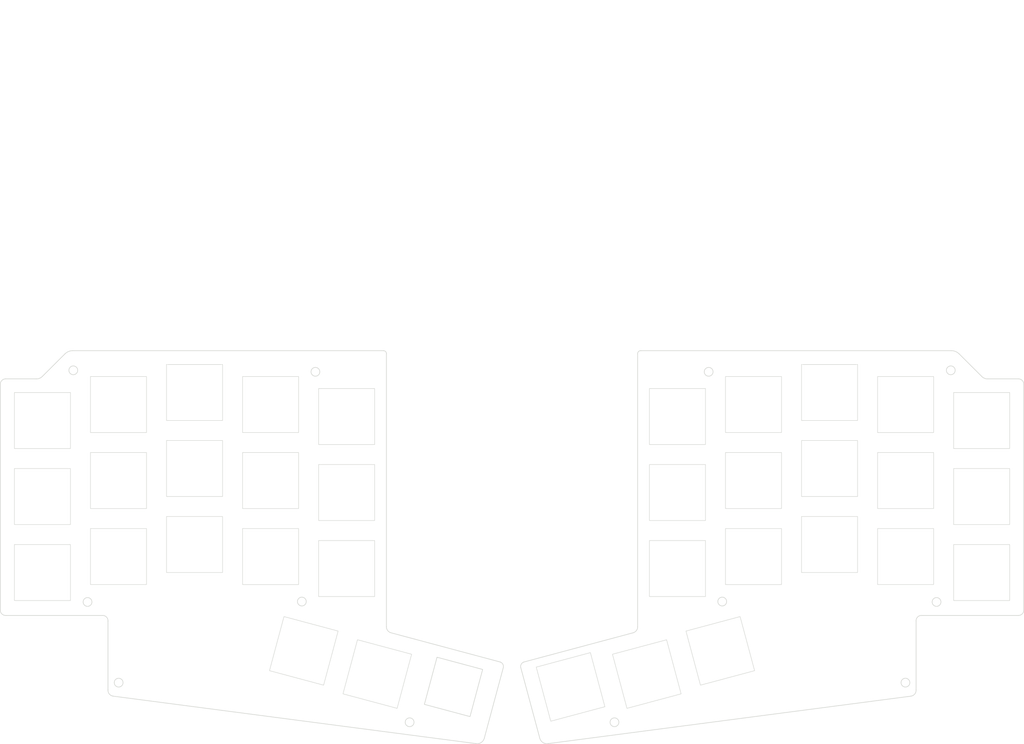
<source format=kicad_pcb>
(kicad_pcb (version 20221018) (generator pcbnew)
  (layers (0 "F.Cu" signal) (31 "B.Cu" signal) (34 "B.Paste" user) (35 "F.Paste" user) (36 "B.SilkS" user "B.Silkscreen") (37 "F.SilkS" user "F.Silkscreen") (38 "B.Mask" user) (39 "F.Mask" user) (44 "Edge.Cuts" user))
  (net 0 "")
  (footprint "jw_custom_footprint:CherryMX_Hotswap_cutout_switch_plate" (layer "F.Cu") (at 50.63948 99.035588)
    (fp_text reference "SW12" hide)
    (fp_text value "SW12")
    (fp_rect (start -7 -7) (end 7 7) (stroke (width 0.12)) (fill none) (layer "Edge.Cuts"))
  )
  (footprint "jw_custom_footprint:CherryMX_Hotswap_cutout_switch_plate" (layer "F.Cu") (at 50.63948 80.035988)
    (fp_text reference "SW7" hide)
    (fp_text value "SW7" hide)
    (fp_rect (start -7 -7) (end 7 7) (stroke (width 0.12)) (fill none) (layer "Edge.Cuts"))
  )
  (footprint "jw_custom_footprint:RotaryEncoder_Alps_EC11E-Switch_Vertical_H20mm_cutout_switch_plate" (layer "F.Cu") (at 134.340366 131.6271 165)
    (fp_text reference "EC1" hide)
    (fp_text value "Rotary_Encoder_Switch")
    (fp_rect (start -5.9 -6.1) (end 5.9 6.1) (stroke (width 0.15)) (fill none) (layer "Edge.Cuts"))
  )
  (footprint "jw_custom_footprint:MountingHole_2.2mm_M2_cutout" (layer "F.Cu") (at 99.840307 52.847744)
    (fp_text reference "TH1" hide)
    (fp_text value "HOLE")
    (fp_circle (center 0 0) (end 1.1 0) (stroke (width 0.15)) (fill none) (layer "Edge.Cuts"))
  )
  (footprint "jw_custom_footprint:CherryMX_Hotswap_cutout_switch_plate" (layer "F.Cu") (at 96.937515 122.616333 -15)
    (fp_text reference "SW16" hide)
    (fp_text value "SW16")
    (fp_rect (start -7 -7) (end 7 7) (stroke (width 0.12)) (fill none) (layer "Edge.Cuts"))
  )
  (footprint "jw_custom_footprint:CherryMX_Hotswap_cutout_switch_plate" (layer "F.Cu") (at 31.63928 65.034988)
    (fp_text reference "SW1" hide)
    (fp_text value "SW1")
    (fp_rect (start -7 -7) (end 7 7) (stroke (width 0.12)) (fill none) (layer "Edge.Cuts"))
  )
  (footprint "jw_custom_footprint:CherryMX_Hotswap_cutout_switch_plate" (layer "F.Cu") (at 31.63928 84.035388)
    (fp_text reference "SW6" hide)
    (fp_text value "SW6")
    (fp_rect (start -7 -7) (end 7 7) (stroke (width 0.12)) (fill none) (layer "Edge.Cuts"))
  )
  (footprint "jw_custom_footprint:MountingHole_2.2mm_M2_cutout" (layer "F.Cu") (at 96.449352 110.286194)
    (fp_text reference "TH4" hide)
    (fp_text value "HOLE")
    (fp_circle (center 0 0) (end 1.1 0) (stroke (width 0.15)) (fill none) (layer "Edge.Cuts"))
  )
  (footprint "jw_custom_footprint:MountingHole_2.2mm_M2_cutout" (layer "F.Cu") (at 42.906152 110.390594)
    (fp_text reference "TH3" hide)
    (fp_text value "HOLE")
    (fp_circle (center 0 0) (end 1.1 0) (stroke (width 0.15)) (fill none) (layer "Edge.Cuts"))
  )
  (footprint "jw_custom_footprint:CherryMX_Hotswap_cutout_switch_plate" (layer "F.Cu") (at 115.29949 128.411267 -15)
    (fp_text reference "SW17" hide)
    (fp_text value "SW17")
    (fp_rect (start -7 -7) (end 7 7) (stroke (width 0.12)) (fill none) (layer "Edge.Cuts"))
  )
  (footprint "jw_custom_footprint:CherryMX_Hotswap_cutout_switch_plate" (layer "F.Cu") (at 69.63888 96.025788)
    (fp_text reference "SW13" hide)
    (fp_text value "SW13")
    (fp_rect (start -7 -7) (end 7 7) (stroke (width 0.12)) (fill none) (layer "Edge.Cuts"))
  )
  (footprint "jw_custom_footprint:MountingHole_2.2mm_M2_cutout" (layer "F.Cu") (at 123.373352 140.464194)
    (fp_text reference "TH5" hide)
    (fp_text value "HOLE")
    (fp_circle (center 0 0) (end 1.1 0) (stroke (width 0.15)) (fill none) (layer "Edge.Cuts"))
  )
  (footprint "jw_custom_footprint:CherryMX_Hotswap_cutout_switch_plate" (layer "F.Cu") (at 88.63908 61.035828)
    (fp_text reference "SW4" hide)
    (fp_text value "SW4" hide)
    (fp_rect (start -7 -7) (end 7 7) (stroke (width 0.12)) (fill none) (layer "Edge.Cuts"))
  )
  (footprint "jw_custom_footprint:CherryMX_Hotswap_cutout_switch_plate" (layer "F.Cu") (at 50.63948 61.036388)
    (fp_text reference "SW2" hide)
    (fp_text value "SW2" hide)
    (fp_rect (start -7 -7) (end 7 7) (stroke (width 0.12)) (fill none) (layer "Edge.Cuts"))
  )
  (footprint "jw_custom_footprint:CherryMX_Hotswap_cutout_switch_plate" (layer "F.Cu") (at 107.638778 64.036388)
    (fp_text reference "SW5" hide)
    (fp_text value "SW5" hide)
    (fp_rect (start -7 -7) (end 7 7) (stroke (width 0.12)) (fill none) (layer "Edge.Cuts"))
  )
  (footprint "jw_custom_footprint:CherryMX_Hotswap_cutout_switch_plate" (layer "F.Cu") (at 88.63908 99.036188)
    (fp_text reference "SW14" hide)
    (fp_text value "SW14")
    (fp_rect (start -7 -7) (end 7 7) (stroke (width 0.12)) (fill none) (layer "Edge.Cuts"))
  )
  (footprint "jw_custom_footprint:CherryMX_Hotswap_cutout_switch_plate" (layer "F.Cu") (at 107.638778 102.036188)
    (fp_text reference "SW15" hide)
    (fp_text value "SW15" hide)
    (fp_rect (start -7 -7) (end 7 7) (stroke (width 0.12)) (fill none) (layer "Edge.Cuts"))
  )
  (footprint "jw_custom_footprint:CherryMX_Hotswap_cutout_switch_plate" (layer "F.Cu") (at 88.63908 80.035788)
    (fp_text reference "SW9" hide)
    (fp_text value "SW9" hide)
    (fp_rect (start -7 -7) (end 7 7) (stroke (width 0.12)) (fill none) (layer "Edge.Cuts"))
  )
  (footprint "jw_custom_footprint:MountingHole_2.2mm_M2_cutout" (layer "F.Cu") (at 50.678552 130.558194)
    (fp_text reference "TH6" hide)
    (fp_text value "HOLE")
    (fp_circle (center 0 0) (end 1.1 0) (stroke (width 0.15)) (fill none) (layer "Edge.Cuts"))
  )
  (footprint "jw_custom_footprint:CherryMX_Hotswap_cutout_switch_plate" (layer "F.Cu") (at 107.638778 83.036188)
    (fp_text reference "SW10" hide)
    (fp_text value "SW10" hide)
    (fp_rect (start -7 -7) (end 7 7) (stroke (width 0.12)) (fill none) (layer "Edge.Cuts"))
  )
  (footprint "jw_custom_footprint:CherryMX_Hotswap_cutout_switch_plate" (layer "F.Cu") (at 69.63888 58.025628)
    (fp_text reference "SW3" hide)
    (fp_text value "SW3")
    (fp_rect (start -7 -7) (end 7 7) (stroke (width 0.12)) (fill none) (layer "Edge.Cuts"))
  )
  (footprint "jw_custom_footprint:MountingHole_2.2mm_M2_cutout" (layer "F.Cu") (at 39.350152 52.478594)
    (fp_text reference "TH2" hide)
    (fp_text value "HOLE")
    (fp_circle (center 0 0) (end 1.1 0) (stroke (width 0.15)) (fill none) (layer "Edge.Cuts"))
  )
  (footprint "jw_custom_footprint:CherryMX_Hotswap_cutout_switch_plate" (layer "F.Cu") (at 69.63888 77.025588)
    (fp_text reference "SW8" hide)
    (fp_text value "SW8")
    (fp_rect (start -7 -7) (end 7 7) (stroke (width 0.12)) (fill none) (layer "Edge.Cuts"))
  )
  (footprint "jw_custom_footprint:CherryMX_Hotswap_cutout_switch_plate" (layer "F.Cu") (at 31.63928 103.035788)
    (fp_text reference "SW11" hide)
    (fp_text value "SW11")
    (fp_rect (start -7 -7) (end 7 7) (stroke (width 0.12)) (fill none) (layer "Edge.Cuts"))
  )
  (footprint "jw_custom_footprint:CherryMX_Hotswap_cutout_switch_plate" (layer "B.Cu") (at 247.285222 99.035588 180)
    (fp_text reference "SW12" hide)
    (fp_text value "SW12")
    (fp_rect (start -7 7) (end 7 -7) (stroke (width 0.12)) (fill none) (layer "Edge.Cuts"))
  )
  (footprint "jw_custom_footprint:CherryMX_Hotswap_cutout_switch_plate" (layer "B.Cu") (at 182.625212 128.411267 -165)
    (fp_text reference "SW17" hide)
    (fp_text value "SW17")
    (fp_rect (start -7 7) (end 7 -7) (stroke (width 0.12)) (fill none) (layer "Edge.Cuts"))
  )
  (footprint "jw_custom_footprint:CherryMX_Hotswap_cutout_switch_plate" (layer "B.Cu") (at 190.285924 83.036188 180)
    (fp_text reference "SW10" hide)
    (fp_text value "SW10" hide)
    (fp_rect (start -7 7) (end 7 -7) (stroke (width 0.12)) (fill none) (layer "Edge.Cuts"))
  )
  (footprint "jw_custom_footprint:CherryMX_Hotswap_cutout_switch_plate" (layer "B.Cu") (at 266.285422 84.035388 180)
    (fp_text reference "SW6" hide)
    (fp_text value "SW6")
    (fp_rect (start -7 7) (end 7 -7) (stroke (width 0.12)) (fill none) (layer "Edge.Cuts"))
  )
  (footprint "jw_custom_footprint:MountingHole_2.2mm_M2_cutout" (layer "B.Cu") (at 174.55135 140.464194 180)
    (fp_text reference "TH5" hide)
    (fp_text value "HOLE")
    (fp_circle (center 0 0) (end 1.1 0) (stroke (width 0.15)) (fill none) (layer "Edge.Cuts"))
  )
  (footprint "jw_custom_footprint:CherryMX_Hotswap_cutout_switch_plate" (layer "B.Cu") (at 209.285622 61.035828 180)
    (fp_text reference "SW4" hide)
    (fp_text value "SW4" hide)
    (fp_rect (start -7 7) (end 7 -7) (stroke (width 0.12)) (fill none) (layer "Edge.Cuts"))
  )
  (footprint "jw_custom_footprint:CherryMX_Hotswap_cutout_switch_plate" (layer "B.Cu") (at 163.584336 131.6271 -165)
    (fp_text reference "SW18" hide)
    (fp_text value "SW18")
    (fp_rect (start -7 7) (end 7 -7) (stroke (width 0.12)) (fill none) (layer "Edge.Cuts"))
  )
  (footprint "jw_custom_footprint:CherryMX_Hotswap_cutout_switch_plate" (layer "B.Cu") (at 266.285422 103.035788 180)
    (fp_text reference "SW11" hide)
    (fp_text value "SW11")
    (fp_rect (start -7 7) (end 7 -7) (stroke (width 0.12)) (fill none) (layer "Edge.Cuts"))
  )
  (footprint "jw_custom_footprint:CherryMX_Hotswap_cutout_switch_plate" (layer "B.Cu") (at 228.285822 77.025588 180)
    (fp_text reference "SW8" hide)
    (fp_text value "SW8")
    (fp_rect (start -7 7) (end 7 -7) (stroke (width 0.12)) (fill none) (layer "Edge.Cuts"))
  )
  (footprint "jw_custom_footprint:CherryMX_Hotswap_cutout_switch_plate" (layer "B.Cu") (at 228.285822 58.025628 180)
    (fp_text reference "SW3" hide)
    (fp_text value "SW3")
    (fp_rect (start -7 7) (end 7 -7) (stroke (width 0.12)) (fill none) (layer "Edge.Cuts"))
  )
  (footprint "jw_custom_footprint:CherryMX_Hotswap_cutout_switch_plate" (layer "B.Cu") (at 266.285422 65.034988 180)
    (fp_text reference "SW1" hide)
    (fp_text value "SW1")
    (fp_rect (start -7 7) (end 7 -7) (stroke (width 0.12)) (fill none) (layer "Edge.Cuts"))
  )
  (footprint "jw_custom_footprint:CherryMX_Hotswap_cutout_switch_plate" (layer "B.Cu") (at 228.285822 96.025788 180)
    (fp_text reference "SW13" hide)
    (fp_text value "SW13")
    (fp_rect (start -7 7) (end 7 -7) (stroke (width 0.12)) (fill none) (layer "Edge.Cuts"))
  )
  (footprint "jw_custom_footprint:MountingHole_2.2mm_M2_cutout" (layer "B.Cu") (at 255.01855 110.390594 180)
    (fp_text reference "TH3" hide)
    (fp_text value "HOLE")
    (fp_circle (center 0 0) (end 1.1 0) (stroke (width 0.15)) (fill none) (layer "Edge.Cuts"))
  )
  (footprint "jw_custom_footprint:CherryMX_Hotswap_cutout_switch_plate" (layer "B.Cu") (at 190.285924 102.036188 180)
    (fp_text reference "SW15" hide)
    (fp_text value "SW15" hide)
    (fp_rect (start -7 7) (end 7 -7) (stroke (width 0.12)) (fill none) (layer "Edge.Cuts"))
  )
  (footprint "jw_custom_footprint:MountingHole_2.2mm_M2_cutout" (layer "B.Cu") (at 201.47535 110.286194 180)
    (fp_text reference "TH4" hide)
    (fp_text value "HOLE")
    (fp_circle (center 0 0) (end 1.1 0) (stroke (width 0.15)) (fill none) (layer "Edge.Cuts"))
  )
  (footprint "jw_custom_footprint:CherryMX_Hotswap_cutout_switch_plate" (layer "B.Cu") (at 209.285622 80.035788 180)
    (fp_text reference "SW9" hide)
    (fp_text value "SW9" hide)
    (fp_rect (start -7 7) (end 7 -7) (stroke (width 0.12)) (fill none) (layer "Edge.Cuts"))
  )
  (footprint "jw_custom_footprint:CherryMX_Hotswap_cutout_switch_plate" (layer "B.Cu") (at 209.285622 99.036188 180)
    (fp_text reference "SW14" hide)
    (fp_text value "SW14")
    (fp_rect (start -7 7) (end 7 -7) (stroke (width 0.12)) (fill none) (layer "Edge.Cuts"))
  )
  (footprint "jw_custom_footprint:MountingHole_2.2mm_M2_cutout" (layer "B.Cu") (at 198.084395 52.847744 180)
    (fp_text reference "TH1" hide)
    (fp_text value "HOLE")
    (fp_circle (center 0 0) (end 1.1 0) (stroke (width 0.15)) (fill none) (layer "Edge.Cuts"))
  )
  (footprint "jw_custom_footprint:CherryMX_Hotswap_cutout_switch_plate" (layer "B.Cu") (at 190.285924 64.036388 180)
    (fp_text reference "SW5" hide)
    (fp_text value "SW5" hide)
    (fp_rect (start -7 7) (end 7 -7) (stroke (width 0.12)) (fill none) (layer "Edge.Cuts"))
  )
  (footprint "jw_custom_footprint:CherryMX_Hotswap_cutout_switch_plate" (layer "B.Cu") (at 200.987187 122.616333 -165)
    (fp_text reference "SW16" hide)
    (fp_text value "SW16")
    (fp_rect (start -7 7) (end 7 -7) (stroke (width 0.12)) (fill none) (layer "Edge.Cuts"))
  )
  (footprint "jw_custom_footprint:CherryMX_Hotswap_cutout_switch_plate" (layer "B.Cu") (at 247.285222 61.036388 180)
    (fp_text reference "SW2" hide)
    (fp_text value "SW2" hide)
    (fp_rect (start -7 7) (end 7 -7) (stroke (width 0.12)) (fill none) (layer "Edge.Cuts"))
  )
  (footprint "jw_custom_footprint:MountingHole_2.2mm_M2_cutout" (layer "B.Cu") (at 247.24615 130.558194 180)
    (fp_text reference "TH6" hide)
    (fp_text value "HOLE")
    (fp_circle (center 0 0) (end 1.1 0) (stroke (width 0.15)) (fill none) (layer "Edge.Cuts"))
  )
  (footprint "jw_custom_footprint:MountingHole_2.2mm_M2_cutout" (layer "B.Cu") (at 258.57455 52.478594 180)
    (fp_text reference "TH2" hide)
    (fp_text value "HOLE")
    (fp_circle (center 0 0) (end 1.1 0) (stroke (width 0.15)) (fill none) (layer "Edge.Cuts"))
  )
  (footprint "jw_custom_footprint:CherryMX_Hotswap_cutout_switch_plate" (layer "B.Cu") (at 247.285222 80.035988 180)
    (fp_text reference "SW7" hide)
    (fp_text value "SW7" hide)
    (fp_rect (start -7 7) (end 7 -7) (stroke (width 0.12)) (fill none) (layer "Edge.Cuts"))
  )
  (gr_line (start 118.722737 118.09587) (end 146.004752 125.401994) (stroke (width 0.15)) (layer "Edge.Cuts"))
  (gr_arc (start 21.112952 55.971794) (mid 21.501596 55.012967) (end 22.459152 54.621228) (stroke (width 0.15)) (layer "Edge.Cuts"))
  (gr_arc (start 37.267352 48.363794) (mid 38.178284 47.766475) (end 39.248552 47.563694) (stroke (width 0.15)) (layer "Edge.Cuts"))
  (gr_arc (start 180.345888 116.613594) (mid 180.025103 117.548584) (end 179.201965 118.09587) (stroke (width 0.15)) (layer "Edge.Cuts"))
  (gr_arc (start 275.46555 54.621228) (mid 276.423086 55.012986) (end 276.81175 55.971794) (stroke (width 0.15)) (layer "Edge.Cuts"))
  (gr_line (start 275.44015 113.757024) (end 251.279492 113.757024) (stroke (width 0.15)) (layer "Edge.Cuts"))
  (gr_line (start 267.83505 54.621228) (end 275.46555 54.621228) (stroke (width 0.15)) (layer "Edge.Cuts"))
  (gr_line (start 276.810711 112.422594) (end 276.81175 55.971794) (stroke (width 0.15)) (layer "Edge.Cuts"))
  (gr_arc (start 276.810711 112.422594) (mid 276.410787 113.382884) (end 275.44015 113.757024) (stroke (width 0.15)) (layer "Edge.Cuts"))
  (gr_arc (start 258.67615 47.563694) (mid 259.746408 47.766488) (end 260.65735 48.363794) (stroke (width 0.15)) (layer "Edge.Cuts"))
  (gr_line (start 139.934152 145.798194) (end 49.306952 133.936394) (stroke (width 0.15)) (layer "Edge.Cuts"))
  (gr_line (start 116.807147 47.563694) (end 39.248552 47.563694) (stroke (width 0.15)) (layer "Edge.Cuts"))
  (gr_arc (start 146.004752 125.401994) (mid 146.675349 125.973474) (end 146.766752 126.849794) (stroke (width 0.15)) (layer "Edge.Cuts"))
  (gr_line (start 37.267352 48.363794) (end 31.613652 54.006594) (stroke (width 0.15)) (layer "Edge.Cuts"))
  (gr_line (start 151.15795 126.849794) (end 155.88235 144.401194) (stroke (width 0.15)) (layer "Edge.Cuts"))
  (gr_arc (start 22.484552 113.757024) (mid 21.513898 113.382902) (end 21.113991 112.422594) (stroke (width 0.15)) (layer "Edge.Cuts"))
  (gr_line (start 142.042352 144.401194) (end 146.766752 126.849794) (stroke (width 0.15)) (layer "Edge.Cuts"))
  (gr_line (start 22.459152 54.621228) (end 30.089652 54.621228) (stroke (width 0.15)) (layer "Edge.Cuts"))
  (gr_line (start 151.91995 125.401994) (end 179.201965 118.09587) (stroke (width 0.15)) (layer "Edge.Cuts"))
  (gr_arc (start 151.15795 126.849794) (mid 151.249367 125.973491) (end 151.91995 125.401994) (stroke (width 0.15)) (layer "Edge.Cuts"))
  (gr_line (start 48.015771 115.143296) (end 48.015771 132.386994) (stroke (width 0.15)) (layer "Edge.Cuts"))
  (gr_arc (start 118.722737 118.09587) (mid 117.899617 117.54856) (end 117.578814 116.613594) (stroke (width 0.15)) (layer "Edge.Cuts"))
  (gr_arc (start 116.807147 47.563694) (mid 117.353563 47.772976) (end 117.578814 48.312994) (stroke (width 0.15)) (layer "Edge.Cuts"))
  (gr_arc (start 267.83505 54.621228) (mid 267.00735 54.476809) (end 266.31105 54.006594) (stroke (width 0.15)) (layer "Edge.Cuts"))
  (gr_line (start 249.908931 132.386994) (end 249.908931 115.143296) (stroke (width 0.15)) (layer "Edge.Cuts"))
  (gr_arc (start 142.042352 144.401194) (mid 141.264682 145.516839) (end 139.934152 145.798194) (stroke (width 0.15)) (layer "Edge.Cuts"))
  (gr_line (start 258.67615 47.563694) (end 181.117555 47.563694) (stroke (width 0.15)) (layer "Edge.Cuts"))
  (gr_arc (start 249.908931 115.143296) (mid 250.28991 114.149298) (end 251.279492 113.757024) (stroke (width 0.15)) (layer "Edge.Cuts"))
  (gr_arc (start 31.613652 54.006594) (mid 30.917349 54.476798) (end 30.089652 54.621228) (stroke (width 0.15)) (layer "Edge.Cuts"))
  (gr_arc (start 157.99055 145.798194) (mid 156.660058 145.516823) (end 155.88235 144.401194) (stroke (width 0.15)) (layer "Edge.Cuts"))
  (gr_line (start 117.578814 48.312994) (end 117.578814 116.613594) (stroke (width 0.15)) (layer "Edge.Cuts"))
  (gr_line (start 21.112952 55.971794) (end 21.113991 112.422594) (stroke (width 0.15)) (layer "Edge.Cuts"))
  (gr_line (start 46.64521 113.757024) (end 22.484552 113.757024) (stroke (width 0.15)) (layer "Edge.Cuts"))
  (gr_arc (start 49.306952 133.936394) (mid 48.359813 133.412987) (end 48.015771 132.386994) (stroke (width 0.15)) (layer "Edge.Cuts"))
  (gr_line (start 180.345888 116.613594) (end 180.345888 48.312994) (stroke (width 0.15)) (layer "Edge.Cuts"))
  (gr_line (start 248.61775 133.936394) (end 157.99055 145.798194) (stroke (width 0.15)) (layer "Edge.Cuts"))
  (gr_arc (start 180.345888 48.312994) (mid 180.571157 47.772995) (end 181.117555 47.563694) (stroke (width 0.15)) (layer "Edge.Cuts"))
  (gr_line (start 266.31105 54.006594) (end 260.65735 48.363794) (stroke (width 0.15)) (layer "Edge.Cuts"))
  (gr_arc (start 249.908931 132.386994) (mid 249.564888 133.412986) (end 248.61775 133.936394) (stroke (width 0.15)) (layer "Edge.Cuts"))
  (gr_arc (start 46.64521 113.757024) (mid 47.634772 114.149318) (end 48.015771 115.143296) (stroke (width 0.15)) (layer "Edge.Cuts"))
)
</source>
